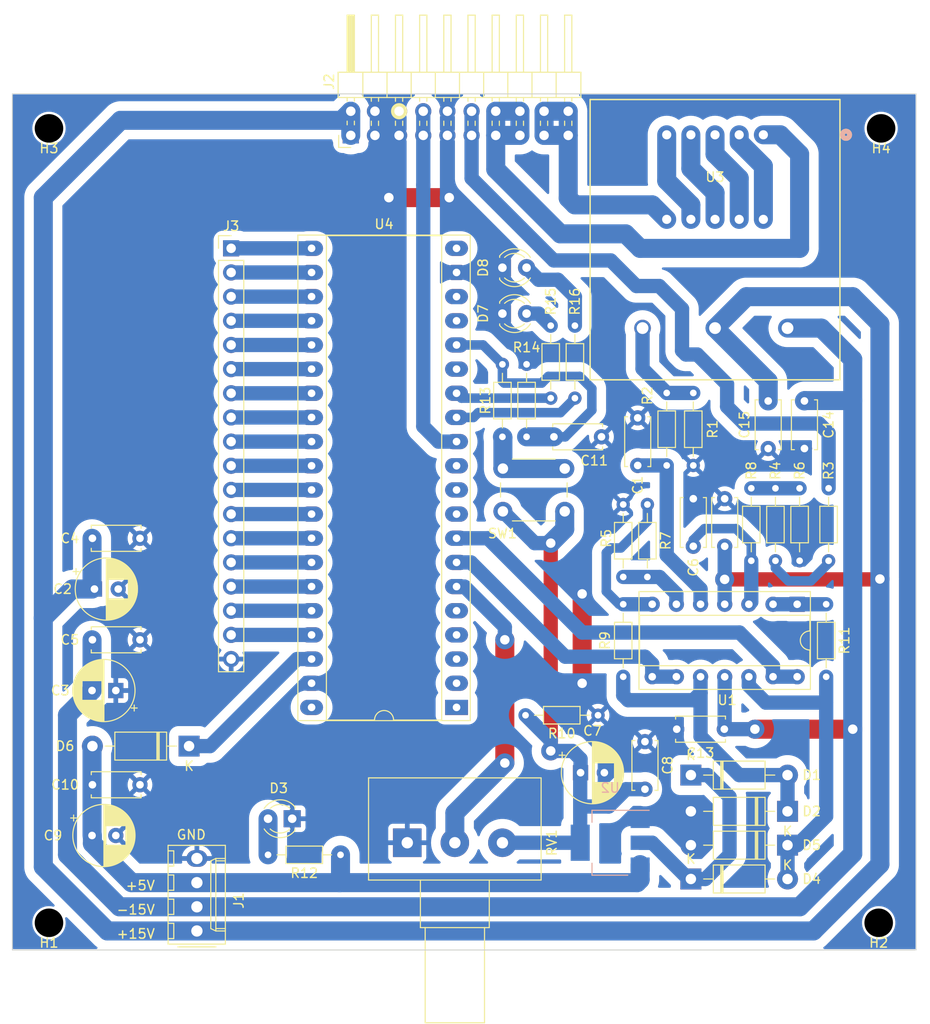
<source format=kicad_pcb>
(kicad_pcb (version 20221018) (generator pcbnew)
  (layers (0 "F.Cu" signal) (31 "B.Cu" signal) (34 "B.Paste" user) (35 "F.Paste" user) (36 "B.SilkS" user "B.Silkscreen") (37 "F.SilkS" user "F.Silkscreen") (38 "B.Mask" user) (39 "F.Mask" user) (44 "Edge.Cuts" user))
  (net 0 "")
  (net 1 "-15V_F")
  (net 2 "15V_F")
  (net 3 "3.3V")
  (net 4 "Net-(D1-A)")
  (net 5 "5V_F")
  (net 6 "Net-(U1B-+)")
  (net 7 "Net-(R4-Pad2)")
  (net 8 "Net-(R7-Pad1)")
  (net 9 "Net-(D3-A)")
  (net 21 "Net-(D4-A)")
  (net 22 "Pino21")
  (net 23 "Pino22")
  (net 24 "Pino23")
  (net 25 "Pino24")
  (net 26 "Pino25")
  (net 27 "Pino26")
  (net 28 "Pino27")
  (net 29 "Pino28")
  (net 30 "Pino29")
  (net 31 "Net-(U1B--)")
  (net 32 "Net-(R3-Pad2)")
  (net 33 "Pino30")
  (net 34 "Is")
  (net 35 "Pino31")
  (net 36 "Net-(D7-A)")
  (net 37 "Vo+")
  (net 38 "Pino32")
  (net 39 "G-")
  (net 40 "G+")
  (net 41 "Net-(U1A--)")
  (net 42 "Net-(U1A-+)")
  (net 43 "Pino33")
  (net 44 "Net-(U3-IN-Pad2)")
  (net 45 "IL-")
  (net 46 "IL+")
  (net 47 "/Is_analog")
  (net 48 "/Vo+_analog")
  (net 49 "Net-(U3-IN-Pad3)")
  (net 50 "Pino34")
  (net 51 "Pino35")
  (net 52 "/Reg_PWM")
  (net 53 "Net-(U3-IN-Pad4)")
  (net 54 "Pino36")
  (net 55 "Net-(D6-K)")
  (net 56 "Net-(D8-A)")
  (net 57 "Net-(U3-IN-Pad5)")
  (net 58 "/Step_button")
  (net 59 "/LED2")
  (net 60 "Pino37")
  (net 61 "Net-(R13-Pad2)")
  (net 62 "/LED1")
  (footprint "Resistor_THT:R_Axial_DIN0204_L3.6mm_D1.6mm_P7.62mm_Horizontal" (layer "F.Cu") (at 57.152 104.474 180)
    (fp_text reference "R12")
    (fp_text value "470")
  )
  (footprint "Library:Furo" (layer "F.Cu") (at 26.504 30.707)
    (fp_text reference "H3")
    (fp_text value "MountingHole")
  )
  (footprint "Package_DIP:DIP-14_W7.62mm_Socket" (layer "F.Cu") (at 105.158 78.13337 -90)
    (fp_text reference "U1")
    (fp_text value "TL084")
  )
  (footprint "Capacitor_THT:C_Disc_D5.0mm_W2.5mm_P5.00mm" (layer "F.Cu") (at 94.236 67.03737 -90)
    (fp_text reference "C6")
    (fp_text value "100n")
  )
  (footprint "Sensor_Current:LA 25-NP_LEM" (layer "F.Cu") (at 101.602 28.782)
    (fp_text reference "U3")
    (fp_text value "LA 25-NP")
  )
  (footprint "Resistor_THT:R_Axial_DIN0204_L3.6mm_D1.6mm_P7.62mm_Horizontal" (layer "F.Cu") (at 102.872 73.56137 90)
    (fp_text reference "R4")
    (fp_text value "1k")
  )
  (footprint "Connector_Molex:Molex_KK-254_AE-6410-04A_1x04_P2.54mm_Vertical" (layer "F.Cu") (at 42.054 112.478 90)
    (fp_text reference "J1")
    (fp_text value "Conn_01x04_Pin")
  )
  (footprint "Resistor_THT:R_Axial_DIN0204_L3.6mm_D1.6mm_P7.62mm_Horizontal" (layer "F.Cu") (at 79.25 56.468 90)
    (fp_text reference "R15")
    (fp_text value "470")
  )
  (footprint "Resistor_THT:R_Axial_DIN0204_L3.6mm_D1.6mm_P7.62mm_Horizontal" (layer "F.Cu") (at 91.442 63.54 90)
    (fp_text reference "R2")
    (fp_text value "330")
  )
  (footprint "Potentiometer_THT:Potentiometer_Alps_RK163_Single_Horizontal" (layer "F.Cu") (at 64.17 103.204 90)
    (fp_text reference "RV1")
    (fp_text value "R_Potentiometer")
  )
  (footprint "Library:Furo" (layer "F.Cu") (at 113.725 114.219)
    (fp_text reference "H2")
    (fp_text value "MountingHole")
  )
  (footprint "Resistor_THT:R_Axial_DIN0204_L3.6mm_D1.6mm_P7.62mm_Horizontal" (layer "F.Cu") (at 89.41 67.644 -90)
    (fp_text reference "R7")
    (fp_text value "1k")
  )
  (footprint "Resistor_THT:R_Axial_DIN0204_L3.6mm_D1.6mm_P7.62mm_Horizontal" (layer "F.Cu") (at 108.46 65.94137 -90)
    (fp_text reference "R3")
    (fp_text value "10k")
  )
  (footprint "Capacitor_THT:CP_Radial_D6.3mm_P2.50mm" (layer "F.Cu") (at 82.385621 95.838)
    (fp_text reference "C7")
    (fp_text value "100u")
  )
  (footprint "Connector_PinHeader_2.54mm:PinHeader_1x18_P2.54mm_Vertical" (layer "F.Cu") (at 45.654 40.715)
    (fp_text reference "J3")
    (fp_text value "Conn_01x18_Pin")
  )
  (footprint "Resistor_THT:R_Axial_DIN0204_L3.6mm_D1.6mm_P7.62mm_Horizontal" (layer "F.Cu") (at 86.87 67.644 -90)
    (fp_text reference "R5")
    (fp_text value "3.3k")
  )
  (footprint "Capacitor_THT:C_Disc_D5.0mm_W2.5mm_P5.00mm" (layer "F.Cu") (at 36.07 97.108 180)
    (fp_text reference "C10")
    (fp_text value "100n")
  )
  (footprint "Capacitor_THT:C_Disc_D5.0mm_W2.5mm_P5.00mm" (layer "F.Cu") (at 36.07 71.2 180)
    (fp_text reference "C4")
    (fp_text value "100n")
  )
  (footprint "Diode_THT:D_DO-41_SOD81_P10.16mm_Horizontal" (layer "F.Cu") (at 104.142 99.902 180)
    (fp_text reference "D2")
    (fp_text value "1N5817")
  )
  (footprint "Capacitor_THT:CP_Radial_D6.3mm_P2.50mm" (layer "F.Cu") (at 33.53 87.202 180)
    (fp_text reference "C3")
    (fp_text value "100u")
  )
  (footprint "Capacitor_THT:C_Disc_D5.0mm_W2.5mm_P5.00mm" (layer "F.Cu") (at 88.394 58.54 -90)
    (fp_text reference "C1")
    (fp_text value "100n")
  )
  (footprint "Capacitor_THT:C_Disc_D5.0mm_W2.5mm_P5.00mm" (layer "F.Cu") (at 36.07 81.868 180)
    (fp_text reference "C5")
    (fp_text value "100n")
  )
  (footprint "Capacitor_THT:C_Disc_D5.0mm_W2.5mm_P5.00mm" (layer "F.Cu") (at 102.11 61.762 90)
    (fp_text reference "C15")
    (fp_text value "100n")
  )
  (footprint "Capacitor_THT:CP_Radial_D6.3mm_P2.50mm" (layer "F.Cu") (at 31.03 102.442)
    (fp_text reference "C9")
    (fp_text value "100u")
  )
  (footprint "Library:Furo" (layer "F.Cu") (at 26.504 114.219)
    (fp_text reference "H1")
    (fp_text value "MountingHole")
  )
  (footprint "Capacitor_THT:C_Disc_D5.0mm_W2.5mm_P5.00mm" (layer "F.Cu") (at 97.498 91.266 180)
    (fp_text reference "C13")
    (fp_text value "100n")
  )
  (footprint "Library:Furo" (layer "F.Cu") (at 113.979 30.707)
    (fp_text reference "H4")
    (fp_text value "MountingHole")
  )
  (footprint "Connector_PinHeader_2.54mm:PinHeader_2x10_P2.54mm_Horizontal" (layer "F.Cu") (at 58.229 28.844 90)
    (fp_text reference "J2")
    (fp_text value "Conn_02x10_Odd_Even")
  )
  (footprint "Diode_THT:D_DO-41_SOD81_P10.16mm_Horizontal" (layer "F.Cu") (at 93.982 107.014)
    (fp_text reference "D4")
    (fp_text value "1N5817")
  )
  (footprint "Resistor_THT:R_Axial_DIN0204_L3.6mm_D1.6mm_P7.62mm_Horizontal" (layer "F.Cu") (at 100.332 65.94137 -90)
    (fp_text reference "R8")
    (fp_text value "330")
  )
  (footprint "Resistor_THT:R_Axial_DIN0204_L3.6mm_D1.6mm_P7.62mm_Horizontal" (layer "F.Cu") (at 84.22 89.8 180)
    (fp_text reference "R10")
    (fp_text value "330")
  )
  (footprint "Resistor_THT:R_Axial_DIN0204_L3.6mm_D1.6mm_P7.62mm_Horizontal" (layer "F.Cu") (at 108.206 78.13337 -90)
    (fp_text reference "R11")
    (fp_text value "470")
  )
  (footprint "Diode_THT:D_DO-41_SOD81_P10.16mm_Horizontal" (layer "F.Cu") (at 104.142 103.458 180)
    (fp_text reference "D5")
    (fp_text value "1N5817")
  )
  (footprint "Button_Switch_THT:SW_PUSH_6mm" (layer "F.Cu") (at 74.222 63.87)
    (fp_text reference "SW1")
    (fp_text value "SW_Push")
  )
  (footprint "Diode_THT:D_DO-41_SOD81_P10.16mm_Horizontal" (layer "F.Cu") (at 93.982 96.092)
    (fp_text reference "D1")
    (fp_text value "1N5817")
  )
  (footprint "Resistor_THT:R_Axial_DIN0204_L3.6mm_D1.6mm_P7.62mm_Horizontal" (layer "F.Cu") (at 86.87 85.75337 90)
    (fp_text reference "R9")
    (fp_text value "470")
  )
  (footprint "Capacitor_THT:C_Disc_D5.0mm_W2.5mm_P5.00mm" (layer "F.Cu") (at 84.584 60.532 180)
    (fp_text reference "C11")
    (fp_text value "100n")
  )
  (footprint "Resistor_THT:R_Axial_DIN0204_L3.6mm_D1.6mm_P7.62mm_Horizontal" (layer "F.Cu") (at 94.236 63.54 90)
    (fp_text reference "R1")
    (fp_text value "100")
  )
  (footprint "Capacitor_THT:C_Disc_D5.0mm_W2.5mm_P5.00mm" (layer "F.Cu") (at 89.156 92.576 -90)
    (fp_text reference "C8")
    (fp_text value "100n")
  )
  (footprint "LED_THT:LED_D3.0mm" (layer "F.Cu") (at 52.072 100.678 180)
    (fp_text reference "D3")
    (fp_text value "LED")
  )
  (footprint "Diode_THT:D_DO-41_SOD81_P10.16mm_Horizontal" (layer "F.Cu") (at 41.23 93.044 180)
    (fp_text reference "D6")
    (fp_text value "1N4001")
  )
  (footprint "Capacitor_THT:C_Disc_D5.0mm_W2.5mm_P5.00mm" (layer "F.Cu") (at 105.92 61.762 90)
    (fp_text reference "C14")
    (fp_text value "100n")
  )
  (footprint "Capacitor_THT:C_Disc_D5.0mm_W2.5mm_P5.00mm" (layer "F.Cu") (at 97.538 72.03737 90)
    (fp_text reference "C12" hide)
    (fp_text value "100n")
  )
  (footprint "LED_THT:LED_D3.0mm" (layer "F.Cu") (at 74.17 42.752)
    (fp_text reference "D8")
    (fp_text value "LED")
  )
  (footprint "Package_DIP:DIP-40_W15.24mm_Socket_LongPads" (layer "F.Cu") (at 69.349 88.975 180)
    (fp_text reference "U4")
    (fp_text value "STM32F103C_8-B_Tx")
  )
  (footprint "Resistor_THT:R_Axial_DIN0204_L3.6mm_D1.6mm_P7.62mm_Horizontal" (layer "F.Cu") (at 105.412 73.56137 90)
    (fp_text reference "R6")
    (fp_text value "1k")
  )
  (footprint "Resistor_THT:R_Axial_DIN0204_L3.6mm_D1.6mm_P7.62mm_Horizontal" (layer "F.Cu") (at 76.71 60.532 90)
    (fp_text reference "R14")
    (fp_text value "10k")
  )
  (footprint "Resistor_THT:R_Axial_DIN0204_L3.6mm_D1.6mm_P7.62mm_Horizontal" (layer "F.Cu") (at 81.79 56.468 90)
    (fp_text reference "R16")
    (fp_text value "470")
  )
  (footprint "Capacitor_THT:CP_Radial_D6.3mm_P2.50mm" (layer "F.Cu") (at 31.284 76.534)
    (fp_text reference "C2")
    (fp_text value "100u")
  )
  (footprint "LED_THT:LED_D3.0mm" (layer "F.Cu") (at 74.17 47.578)
    (fp_text reference "D7")
    (fp_text value "LED")
  )
  (footprint "Resistor_THT:R_Axial_DIN0204_L3.6mm_D1.6mm_P7.62mm_Horizontal" (layer "F.Cu") (at 74.17 52.912 -90)
    (fp_text reference "R13")
    (fp_text value "1k")
  )
  (footprint "Package_TO_SOT_SMD:SOT-223-3_TabPin2" (layer "B.Cu") (at 85.498 103.204 180)
    (fp_text reference "U2")
    (fp_text value "AMS1117-3.3")
  )
  (gr_rect (start 22.654 24.478) (end 117.654 114.478) (stroke (width 0.1)) (fill none) (layer "Edge.Cuts"))
  (gr_text "+15V" (at 33.53 113.364) (layer "F.SilkS") (effects (font (size 1 1)) (justify left bottom)))
  (gr_text "GND" (at 39.842691 102.95) (layer "F.SilkS") (effects (font (size 1 1)) (justify left bottom)))
  (gr_text "-15V" (at 33.53 110.824) (layer "F.SilkS") (effects (font (size 1 1)) (justify left bottom)))
  (gr_text "+5V" (at 34.482381 108.284) (layer "F.SilkS") (effects (font (size 1 1)) (justify left bottom)))
  (segment (start 111 91.266) (end 100.713 91.266) (width 2) (layer "F.Cu") (net 1))
  (via (at 100.713 91.266) (size 2) (drill 1) (layers "F.Cu" "B.Cu") (net 1))
  (via (at 111 91.266) (size 2) (drill 1) (layers "F.Cu" "B.Cu") (net 1))
  (segment (start 97.533 85.74337) (end 97.533 91.231) (width 1.5) (layer "B.Cu") (net 1))
  (segment (start 111 52.404) (end 111 104.357) (width 2) (layer "B.Cu") (net 1))
  (segment (start 111 104.357) (end 105.419 109.938) (width 2) (layer "B.Cu") (net 1))
  (segment (start 97.533 91.231) (end 97.498 91.266) (width 1.5) (layer "B.Cu") (net 1))
  (segment (start 105.96 56.722) (end 105.92 56.762) (width 2) (layer "B.Cu") (net 1))
  (segment (start 97.538 85.74837) (end 97.533 85.74337) (width 1) (layer "B.Cu") (net 1))
  (segment (start 107.698 49.102) (end 111 52.404) (width 2) (layer "B.Cu") (net 1))
  (segment (start 31.03 87.202) (end 31.03 81.868) (width 2) (layer "B.Cu") (net 1))
  (segment (start 104.142 49.102) (end 107.698 49.102) (width 2) (layer "B.Cu") (net 1))
  (segment (start 28.45 104.474) (end 28.45 89.782) (width 2) (layer "B.Cu") (net 1))
  (segment (start 105.419 109.938) (end 33.914 109.938) (width 2) (layer "B.Cu") (net 1))
  (segment (start 28.45 89.782) (end 31.03 87.202) (width 2) (layer "B.Cu") (net 1))
  (segment (start 33.914 109.938) (end 28.45 104.474) (width 2) (layer "B.Cu") (net 1))
  (segment (start 97.498 91.266) (end 100.713 91.266) (width 1.5) (layer "B.Cu") (net 1))
  (segment (start 111 56.722) (end 105.96 56.722) (width 2) (layer "B.Cu") (net 1))
  (segment (start 113.854 75.478) (end 113.814 75.518) (width 1.5) (layer "F.Cu") (net 2))
  (segment (start 113.814 75.518) (end 97.533 75.518) (width 1.5) (layer "F.Cu") (net 2))
  (segment (start 113.654 76.026) (end 113.51537 75.88737) (width 0.25) (layer "F.Cu") (net 2))
  (via (at 113.854 75.478) (size 2) (drill 1) (layers "F.Cu" "B.Cu") (net 2))
  (via (at 97.533 75.518) (size 2) (drill 1) (layers "F.Cu" "B.Cu") (net 2))
  (segment (start 99.824 45.8) (end 111 45.8) (width 2) (layer "B.Cu") (net 2))
  (segment (start 25.91 105.734) (end 25.91 79.582) (width 2) (layer "B.Cu") (net 2))
  (segment (start 57.275 27.258) (end 58.229 26.304) (width 2) (layer "B.Cu") (net 2))
  (segment (start 96.522 49.102) (end 99.824 45.8) (width 2) (layer "B.Cu") (net 2))
  (segment (start 25.91 79.582) (end 28.958 76.534) (width 2) (layer "B.Cu") (net 2))
  (segment (start 106.854 112.478) (end 32.654 112.478) (width 2) (layer "B.Cu") (net 2))
  (segment (start 113.854 48.654) (end 113.854 105.478) (width 2) (layer "B.Cu") (net 2))
  (segment (start 102.11 54.69) (end 102.11 56.762) (width 2) (layer "B.Cu") (net 2))
  (segment (start 32.654 112.478) (end 25.91 105.734) (width 2) (layer "B.Cu") (net 2))
  (segment (start 97.533 78.12837) (end 97.538 78.13337) (width 1.5) (layer "B.Cu") (net 2))
  (segment (start 58.229 26.304) (end 58.229 28.844) (width 2) (layer "B.Cu") (net 2))
  (segment (start 31.03 76.534) (end 31.03 71.2) (width 2) (layer "B.Cu") (net 2))
  (segment (start 96.522 49.102) (end 102.11 54.69) (width 2) (layer "B.Cu") (net 2))
  (segment (start 25.91 35.386) (end 34.038 27.258) (width 2) (layer "B.Cu") (net 2))
  (segment (start 25.91 79.582) (end 25.91 35.386) (width 2) (layer "B.Cu") (net 2))
  (segment (start 34.038 27.258) (end 57.275 27.258) (width 2) (layer "B.Cu") (net 2))
  (segment (start 97.538 75.84237) (end 97.538 72.03737) (width 1.5) (layer "B.Cu") (net 2))
  (segment (start 111 45.8) (end 113.854 48.654) (width 2) (layer "B.Cu") (net 2))
  (segment (start 97.533 75.84737) (end 97.533 78.12837) (width 1.5) (layer "B.Cu") (net 2))
  (segment (start 97.533 75.84737) (end 97.538 75.84237) (width 1.5) (layer "B.Cu") (net 2))
  (segment (start 113.854 105.478) (end 106.854 112.478) (width 2) (layer "B.Cu") (net 2))
  (segment (start 28.958 76.534) (end 31.03 76.534) (width 2) (layer "B.Cu") (net 2))
  (segment (start 79.25 71.708) (end 79.25 93.552) (width 1.5) (layer "F.Cu") (net 3))
  (via (at 79.25 93.552) (size 2) (drill 1) (layers "F.Cu" "B.Cu") (net 3))
  (via (at 79.25 71.708) (size 2) (drill 1) (layers "F.Cu" "B.Cu") (net 3))
  (segment (start 82.348 99.394) (end 82.348 103.204) (width 1.5) (layer "B.Cu") (net 3))
  (segment (start 93.982 96.092) (end 95.76 96.092) (width 1.5) (layer "B.Cu") (net 3))
  (segment (start 79.25 71.708) (end 77.56 71.708) (width 1.5) (layer "B.Cu") (net 3))
  (segment (start 95.506 107.014) (end 93.982 107.014) (width 1.5) (layer "B.Cu") (net 3))
  (segment (start 98.046 104.474) (end 95.506 107.014) (width 1.5) (layer "B.Cu") (net 3))
  (segment (start 79.25 71.708) (end 80.722 70.236) (width 2) (layer "B.Cu") (net 3))
  (segment (start 89.156 97.576) (end 87.164 97.576) (width 1.5) (layer "B.Cu") (net 3))
  (segment (start 79.25 93.552) (end 79.25 92.45) (width 1.5) (layer "B.Cu") (net 3))
  (segment (start 93.728 107.014) (end 93.982 107.014) (width 1.5) (layer "B.Cu") (net 3))
  (segment (start 85.346 99.394) (end 82.348 99.394) (width 1.5) (layer "B.Cu") (net 3))
  (segment (start 87.164 97.576) (end 85.346 99.394) (width 1.5) (layer "B.Cu") (net 3))
  (segment (start 82.385621 94.401621) (end 82.385621 95.838) (width 1.5) (layer "B.Cu") (net 3))
  (segment (start 79.25 93.552) (end 81.536 93.552) (width 1.5) (layer "B.Cu") (net 3))
  (segment (start 82.348 95.875621) (end 82.348 99.394) (width 1.5) (layer "B.Cu") (net 3))
  (segment (start 98.046 98.378) (end 98.046 104.474) (width 1.5) (layer "B.Cu") (net 3))
  (segment (start 80.722 70.236) (end 80.722 68.37) (width 2) (layer "B.Cu") (net 3))
  (segment (start 88.648 103.204) (end 89.918 103.204) (width 1.5) (layer "B.Cu") (net 3))
  (segment (start 82.385621 95.838) (end 82.348 95.875621) (width 1.5) (layer "B.Cu") (net 3))
  (segment (start 79.25 92.45) (end 76.6 89.8) (width 1.5) (layer "B.Cu") (net 3))
  (segment (start 77.56 71.708) (end 74.222 68.37) (width 1.5) (layer "B.Cu") (net 3))
  (segment (start 82.348 103.204) (end 74.17 103.204) (width 1.5) (layer "B.Cu") (net 3))
  (segment (start 89.918 103.204) (end 93.728 107.014) (width 1.5) (layer "B.Cu") (net 3))
  (segment (start 81.536 93.552) (end 82.385621 94.401621) (width 1.5) (layer "B.Cu") (net 3))
  (segment (start 95.76 96.092) (end 98.046 98.378) (width 1.5) (layer "B.Cu") (net 3))
  (segment (start 94.236 88.218) (end 94.998 87.456) (width 1.5) (layer "B.Cu") (net 4))
  (segment (start 86.87 85.75337) (end 86.87 87.71) (width 1.5) (layer "B.Cu") (net 4))
  (segment (start 94.998 87.456) (end 94.998 85.75337) (width 1.5) (layer "B.Cu") (net 4))
  (segment (start 94.993 92.023) (end 94.998 92.018) (width 1.5) (layer "B.Cu") (net 4))
  (segment (start 94.993 92.023) (end 99.062 96.092) (width 1.5) (layer "B.Cu") (net 4))
  (segment (start 87.378 88.218) (end 94.236 88.218) (width 1.5) (layer "B.Cu") (net 4))
  (segment (start 104.142 96.092) (end 104.142 99.902) (width 1.5) (layer "B.Cu") (net 4))
  (segment (start 86.87 87.71) (end 87.378 88.218) (width 1.5) (layer "B.Cu") (net 4))
  (segment (start 99.062 96.092) (end 104.142 96.092) (width 1.5) (layer "B.Cu") (net 4))
  (segment (start 94.998 92.018) (end 94.998 87.456) (width 1.5) (layer "B.Cu") (net 4))
  (segment (start 88.648 105.504) (end 88.648 107.084) (width 2) (layer "B.Cu") (net 5))
  (segment (start 88.648 107.084) (end 88.334 107.398) (width 2) (layer "B.Cu") (net 5))
  (segment (start 57.148 107.278) (end 57.028 107.398) (width 0.25) (layer "B.Cu") (net 5))
  (segment (start 57.028 107.398) (end 35.184 107.398) (width 2) (layer "B.Cu") (net 5))
  (segment (start 88.334 107.398) (end 57.148 107.398) (width 2) (layer "B.Cu") (net 5))
  (segment (start 31.07 103.284) (end 31.07 102.442) (width 2) (layer "B.Cu") (net 5))
  (segment (start 31.03 102.442) (end 31.03 93.044) (width 2) (layer "B.Cu") (net 5))
  (segment (start 57.028 107.398) (end 57.152 107.274) (width 2) (layer "B.Cu") (net 5))
  (segment (start 57.152 107.274) (end 57.152 104.474) (width 2) (layer "B.Cu") (net 5))
  (segment (start 35.184 107.398) (end 31.07 103.284) (width 2) (layer "B.Cu") (net 5))
  (segment (start 91.442 63.54) (end 88.394 63.54) (width 1.5) (layer "B.Cu") (net 6))
  (segment (start 94.998 76.534) (end 94.998 78.13337) (width 1.5) (layer "B.Cu") (net 6))
  (segment (start 91.442 72.978) (end 94.998 76.534) (width 1.5) (layer "B.Cu") (net 6))
  (segment (start 91.442 63.54) (end 91.442 72.978) (width 1.5) (layer "B.Cu") (net 6))
  (segment (start 100.332 65.94137) (end 105.412 65.94137) (width 1.5) (layer "B.Cu") (net 7))
  (segment (start 85.092 72.724) (end 85.092 76.788) (width 1) (layer "B.Cu") (net 8))
  (segment (start 86.87 78.13337) (end 89.918 78.13337) (width 1.5) (layer "B.Cu") (net 8))
  (segment (start 85.092 76.788) (end 86.43737 78.13337) (width 1) (layer "B.Cu") (net 8))
  (segment (start 89.41 69.422) (end 86.616 72.216) (width 1) (layer "B.Cu") (net 8))
  (segment (start 86.616 72.216) (end 85.6 72.216) (width 1) (layer "B.Cu") (net 8))
  (segment (start 85.6 72.216) (end 85.092 72.724) (width 1) (layer "B.Cu") (net 8))
  (segment (start 86.43737 78.13337) (end 86.87 78.13337) (width 1) (layer "B.Cu") (net 8))
  (segment (start 89.41 67.644) (end 89.41 69.422) (width 1) (layer "B.Cu") (net 8))
  (segment (start 49.532 104.474) (end 49.532 100.678) (width 2) (layer "B.Cu") (net 9))
  (segment (start 100.073 85.74337) (end 100.073 86.689) (width 1.5) (layer "B.Cu") (net 21))
  (segment (start 100.073 86.689) (end 101.856 88.472) (width 1.5) (layer "B.Cu") (net 21))
  (segment (start 108.206 100.41) (end 105.158 103.458) (width 1.5) (layer "B.Cu") (net 21))
  (segment (start 108.206 85.75337) (end 108.206 100.41) (width 1.5) (layer "B.Cu") (net 21))
  (segment (start 104.142 103.458) (end 104.142 107.014) (width 1.5) (layer "B.Cu") (net 21))
  (segment (start 105.158 103.458) (end 104.142 103.458) (width 1.5) (layer "B.Cu") (net 21))
  (segment (start 101.856 88.472) (end 108.206 88.472) (width 1.5) (layer "B.Cu") (net 21))
  (segment (start 54.109 40.715) (end 45.654 40.715) (width 1.5) (layer "B.Cu") (net 22))
  (segment (start 54.109 43.255) (end 45.654 43.255) (width 1.5) (layer "B.Cu") (net 23))
  (segment (start 54.109 45.795) (end 45.654 45.795) (width 1.5) (layer "B.Cu") (net 24))
  (segment (start 54.109 48.335) (end 45.654 48.335) (width 1.5) (layer "B.Cu") (net 25))
  (segment (start 54.109 50.875) (end 45.654 50.875) (width 1.5) (layer "B.Cu") (net 26))
  (segment (start 54.109 53.415) (end 45.654 53.415) (width 1.5) (layer "B.Cu") (net 27))
  (segment (start 54.109 55.955) (end 45.654 55.955) (width 1.5) (layer "B.Cu") (net 28))
  (segment (start 54.109 58.495) (end 45.654 58.495) (width 1.5) (layer "B.Cu") (net 29))
  (segment (start 54.109 61.035) (end 45.654 61.035) (width 1.5) (layer "B.Cu") (net 30))
  (segment (start 90.68 75.264) (end 86.87 75.264) (width 1.5) (layer "B.Cu") (net 31))
  (segment (start 92.458 78.13337) (end 92.458 77.042) (width 1.5) (layer "B.Cu") (net 31))
  (segment (start 92.458 78.11837) (end 92.453 78.12337) (width 1.5) (layer "B.Cu") (net 31))
  (segment (start 92.458 77.042) (end 90.68 75.264) (width 1.5) (layer "B.Cu") (net 31))
  (segment (start 102.872 74.32337) (end 104.22663 75.678) (width 1) (layer "B.Cu") (net 32))
  (segment (start 106.59737 75.678) (end 108.46 73.81537) (width 1) (layer "B.Cu") (net 32))
  (segment (start 108.46 73.81537) (end 108.46 73.56137) (width 1) (layer "B.Cu") (net 32))
  (segment (start 104.22663 75.678) (end 106.59737 75.678) (width 1) (layer "B.Cu") (net 32))
  (segment (start 102.872 73.56137) (end 102.872 74.32337) (width 1) (layer "B.Cu") (net 32))
  (segment (start 54.109 63.575) (end 45.654 63.575) (width 1.5) (layer "B.Cu") (net 33))
  (segment (start 94.236 55.92) (end 91.442 55.92) (width 1.5) (layer "B.Cu") (net 34))
  (segment (start 88.902 53.38) (end 91.442 55.92) (width 1.5) (layer "B.Cu") (net 34))
  (segment (start 88.902 49.102) (end 88.902 53.38) (width 1.5) (layer "B.Cu") (net 34))
  (segment (start 54.109 66.115) (end 45.654 66.115) (width 1.5) (layer "B.Cu") (net 35))
  (segment (start 79.25 48.848) (end 77.98 47.578) (width 1.5) (layer "B.Cu") (net 36))
  (segment (start 77.98 47.578) (end 76.71 47.578) (width 1.5) (layer "B.Cu") (net 36))
  (segment (start 88.254 44.678) (end 90.654 44.678) (width 1.5) (layer "B.Cu") (net 37))
  (segment (start 70.929 33.353) (end 79.566 41.99) (width 1.5) (layer "B.Cu") (net 37))
  (segment (start 85.566 41.99) (end 88.254 44.678) (width 1.5) (layer "B.Cu") (net 37))
  (segment (start 97.792 57.357) (end 99.57 59.135) (width 1.5) (layer "B.Cu") (net 37))
  (segment (start 93.054 51.478) (end 93.454 51.878) (width 1.5) (layer "B.Cu") (net 37))
  (segment (start 94.654 51.878) (end 97.792 55.016) (width 1.5) (layer "B.Cu") (net 37))
  (segment (start 99.57 59.135) (end 107.444 59.135) (width 1.5) (layer "B.Cu") (net 37))
  (segment (start 93.054 47.078) (end 93.054 51.478) (width 1.5) (layer "B.Cu") (net 37))
  (segment (start 93.454 51.878) (end 94.654 51.878) (width 1.5) (layer "B.Cu") (net 37))
  (segment (start 79.566 41.99) (end 85.566 41.99) (width 1.5) (layer "B.Cu") (net 37))
  (segment (start 90.654 44.678) (end 93.054 47.078) (width 1.5) (layer "B.Cu") (net 37))
  (segment (start 108.46 60.151) (end 108.46 65.94137) (width 1.5) (layer "B.Cu") (net 37))
  (segment (start 97.792 55.016) (end 97.792 57.357) (width 1.5) (layer "B.Cu") (net 37))
  (segment (start 70.929 26.304) (end 70.929 33.353) (width 1.5) (layer "B.Cu") (net 37))
  (segment (start 107.444 59.135) (end 108.46 60.151) (width 1.5) (layer "B.Cu") (net 37))
  (segment (start 54.109 68.655) (end 45.654 68.655) (width 1.5) (layer "B.Cu") (net 38))
  (segment (start 82.552 77.042) (end 82.552 86.44) (width 2) (layer "F.Cu") (net 39))
  (segment (start 62.232 35.386) (end 68.582 35.386) (width 2) (layer "F.Cu") (net 39))
  (via (at 68.582 35.386) (size 2) (drill 1) (layers "F.Cu" "B.Cu") (net 39))
  (via (at 82.552 77.042) (size 2) (drill 1) (layers "F.Cu" "B.Cu") (net 39))
  (via (at 82.552 86.44) (size 2) (drill 1) (layers "F.Cu" "B.Cu") (net 39))
  (via (at 62.232 35.386) (size 2) (drill 1) (layers "F.Cu" "B.Cu") (net 39))
  (segment (start 65.849 34.055) (end 65.849 26.304) (width 1.5) (layer "B.Cu") (net 40))
  (segment (start 69.349 61.035) (end 67.449 61.035) (width 1.5) (layer "B.Cu") (net 40))
  (segment (start 65.788 26.365) (end 65.849 26.304) (width 1.5) (layer "B.Cu") (net 40))
  (segment (start 65.849 59.435) (end 65.849 34.055) (width 1.5) (layer "B.Cu") (net 40))
  (segment (start 67.449 61.035) (end 65.849 59.435) (width 1.5) (layer "B.Cu") (net 40))
  (segment (start 102.618 78.13337) (end 108.206 78.13337) (width 1.5) (layer "B.Cu") (net 41))
  (segment (start 95.416685 70.184) (end 94.236 71.364685) (width 1) (layer "B.Cu") (net 42))
  (segment (start 100.332 77.87937) (end 100.078 78.13337) (width 1.5) (layer "B.Cu") (net 42))
  (segment (start 100.332 73.56137) (end 100.332 77.87937) (width 1.5) (layer "B.Cu") (net 42))
  (segment (start 98.73263 70.184) (end 95.416685 70.184) (width 1) (layer "B.Cu") (net 42))
  (segment (start 100.332 71.78337) (end 98.73263 70.184) (width 1) (layer "B.Cu") (net 42))
  (segment (start 94.236 71.364685) (end 94.236 72.03737) (width 1) (layer "B.Cu") (net 42))
  (segment (start 100.332 73.56137) (end 100.332 71.78337) (width 1) (layer "B.Cu") (net 42))
  (segment (start 54.109 71.195) (end 45.654 71.195) (width 1.5) (layer "B.Cu") (net 43))
  (segment (start 99.062 29.544) (end 99.062 28.782) (width 2) (layer "B.Cu") (net 44))
  (segment (start 101.602 37.672) (end 101.602 32.084) (width 2) (layer "B.Cu") (net 44))
  (segment (start 101.602 32.084) (end 99.062 29.544) (width 2) (layer "B.Cu") (net 44))
  (segment (start 89.918 36.148) (end 91.442 37.672) (width 2) (layer "B.Cu") (net 45))
  (segment (start 78.742 28.844) (end 81.089 28.844) (width 2) (layer "B.Cu") (net 45))
  (segment (start 78.549 26.304) (end 81.089 26.304) (width 2) (layer "B.Cu") (net 45))
  (segment (start 78.549 28.844) (end 78.549 26.304) (width 2) (layer "B.Cu") (net 45))
  (segment (start 81.089 28.844) (end 81.089 35.447) (width 2) (layer "B.Cu") (net 45))
  (segment (start 78.549 28.844) (end 78.747 28.844) (width 2) (layer "B.Cu") (net 45))
  (segment (start 81.79 36.148) (end 89.918 36.148) (width 2) (layer "B.Cu") (net 45))
  (segment (start 81.089 28.844) (end 81.089 26.304) (width 2) (layer "B.Cu") (net 45))
  (segment (start 81.089 35.447) (end 81.79 36.148) (width 2) (layer "B.Cu") (net 45))
  (segment (start 105.412 30.814) (end 105.412 40.72) (width 2) (layer "B.Cu") (net 46))
  (segment (start 73.469 32.399) (end 73.469 28.844) (width 2) (layer "B.Cu") (net 46))
  (segment (start 73.469 28.844) (end 76.009 28.844) (width 2) (layer "B.Cu") (net 46))
  (segment (start 103.38 28.782) (end 105.412 30.814) (width 2) (layer "B.Cu") (net 46))
  (segment (start 80.266 39.196) (end 73.469 32.399) (width 2) (layer "B.Cu") (net 46))
  (segment (start 105.412 40.72) (end 88.648 40.72) (width 2) (layer "B.Cu") (net 46))
  (segment (start 101.602 28.782) (end 103.38 28.782) (width 2) (layer "B.Cu") (net 46))
  (segment (start 73.469 26.304) (end 76.009 26.304) (width 2) (layer "B.Cu") (net 46))
  (segment (start 87.124 39.196) (end 80.266 39.196) (width 2) (layer "B.Cu") (net 46))
  (segment (start 73.469 28.844) (end 73.469 26.304) (width 2) (layer "B.Cu") (net 46))
  (segment (start 88.648 40.72) (end 87.124 39.196) (width 2) (layer "B.Cu") (net 46))
  (segment (start 76.009 28.844) (end 76.009 26.304) (width 2) (layer "B.Cu") (net 46))
  (segment (start 92.453 85.74337) (end 89.913 85.74337) (width 1.5) (layer "B.Cu") (net 47))
  (segment (start 89.918 84.408) (end 89.156 83.646) (width 1.5) (layer "B.Cu") (net 47))
  (segment (start 80.774 83.646) (end 70.863 73.735) (width 1.5) (layer "B.Cu") (net 47))
  (segment (start 89.918 85.75337) (end 89.918 84.408) (width 1.5) (layer "B.Cu") (net 47))
  (segment (start 70.863 73.735) (end 69.349 73.735) (width 1.5) (layer "B.Cu") (net 47))
  (segment (start 89.156 83.646) (end 80.774 83.646) (width 1.5) (layer "B.Cu") (net 47))
  (segment (start 102.618 85.75337) (end 102.618 84.622) (width 1.5) (layer "B.Cu") (net 48))
  (segment (start 82.552 81.106) (end 72.641 71.195) (width 1.5) (layer "B.Cu") (net 48))
  (segment (start 99.102 81.106) (end 82.552 81.106) (width 1.5) (layer "B.Cu") (net 48))
  (segment (start 102.618 84.622) (end 99.102 81.106) (width 1.5) (layer "B.Cu") (net 48))
  (segment (start 102.613 85.74337) (end 105.153 85.74337) (width 1.5) (layer "B.Cu") (net 48))
  (segment (start 72.641 71.195) (end 69.349 71.195) (width 1.5) (layer "B.Cu") (net 48))
  (segment (start 99.062 33.354) (end 96.522 30.814) (width 2) (layer "B.Cu") (net 49))
  (segment (start 96.522 30.814) (end 96.522 28.782) (width 2) (layer "B.Cu") (net 49))
  (segment (start 99.062 37.672) (end 99.062 33.354) (width 2) (layer "B.Cu") (net 49))
  (segment (start 54.109 73.735) (end 45.654 73.735) (width 1.5) (layer "B.Cu") (net 50))
  (segment (start 54.109 76.275) (end 45.654 76.275) (width 1.5) (layer "B.Cu") (net 51))
  (segment (start 74.424 94.822) (end 74.424 81.868) (width 2) (layer "F.Cu") (net 52))
  (via (at 74.424 81.868) (size 2) (drill 1) (layers "F.Cu" "B.Cu") (net 52))
  (via (at 74.424 94.822) (size 2) (drill 1) (layers "F.Cu" "B.Cu") (net 52))
  (segment (start 74.424 94.822) (end 69.17 100.076) (width 2) (layer "B.Cu") (net 52))
  (segment (start 70.178848 76.275) (end 69.349 76.275) (width 1.5) (layer "B.Cu") (net 52))
  (segment (start 74.424 81.868) (end 74.424 80.520152) (width 1.5) (layer "B.Cu") (net 52))
  (segment (start 69.17 100.076) (end 69.17 103.204) (width 2) (layer "B.Cu") (net 52))
  (segment (start 74.424 80.520152) (end 70.178848 76.275) (width 1.5) (layer "B.Cu") (net 52))
  (segment (start 96.522 37.672) (end 96.522 34.878) (width 2) (layer "B.Cu") (net 53))
  (segment (start 93.982 32.338) (end 93.982 28.782) (width 2) (layer "B.Cu") (net 53))
  (segment (start 96.522 34.878) (end 93.982 32.338) (width 2) (layer "B.Cu") (net 53))
  (segment (start 54.109 78.815) (end 45.654 78.815) (width 1.5) (layer "B.Cu") (net 54))
  (segment (start 52.585 83.895) (end 43.436 93.044) (width 1.5) (layer "B.Cu") (net 55))
  (segment (start 54.109 83.895) (end 52.585 83.895) (width 1.5) (layer "B.Cu") (net 55))
  (segment (start 43.436 93.044) (end 41.19 93.044) (width 1.5) (layer "B.Cu") (net 55))
  (segment (start 81.79 48.848) (end 81.79 45.8) (width 1.5) (layer "B.Cu") (net 56))
  (segment (start 77.98 44.022) (end 76.71 42.752) (width 1.5) (layer "B.Cu") (net 56))
  (segment (start 80.012 44.022) (end 77.98 44.022) (width 1.5) (layer "B.Cu") (net 56))
  (segment (start 81.79 45.8) (end 80.012 44.022) (width 1.5) (layer "B.Cu") (net 56))
  (segment (start 93.982 37.672) (end 93.982 36.148) (width 2) (layer "B.Cu") (net 57))
  (segment (start 91.442 33.608) (end 91.442 28.782) (width 2) (layer "B.Cu") (net 57))
  (segment (start 93.982 36.148) (end 91.442 33.608) (width 2) (layer "B.Cu") (net 57))
  (segment (start 74.17 52.912) (end 72.133 50.875) (width 1) (layer "B.Cu") (net 58))
  (segment (start 72.133 50.875) (end 69.349 50.875) (width 1) (layer "B.Cu") (net 58))
  (segment (start 74.358 54.878) (end 78.3 54.878) (width 1) (layer "B.Cu") (net 58))
  (segment (start 83.568 55.452) (end 83.568 57.738) (width 1) (layer "B.Cu") (net 58))
  (segment (start 83.568 57.738) (end 80.774 60.532) (width 1) (layer "B.Cu") (net 58))
  (segment (start 78.996 54.182) (end 82.298 54.182) (width 1) (layer "B.Cu") (net 58))
  (segment (start 79.584 60.532) (end 76.71 60.532) (width 2) (layer "B.Cu") (net 58))
  (segment (start 82.298 54.182) (end 83.568 55.452) (width 1) (layer "B.Cu") (net 58))
  (segment (start 74.17 54.69) (end 74.358 54.878) (width 1) (layer "B.Cu") (net 58))
  (segment (start 78.3 54.878) (end 78.996 54.182) (width 1) (layer "B.Cu") (net 58))
  (segment (start 74.17 52.912) (end 74.17 54.69) (width 1) (layer "B.Cu") (net 58))
  (segment (start 80.774 60.532) (end 79.584 60.532) (width 1) (layer "B.Cu") (net 58))
  (segment (start 69.862 56.468) (end 79.25 56.468) (width 1) (layer "B.Cu") (net 59))
  (segment (start 69.349 55.955) (end 69.862 56.468) (width 1) (layer "B.Cu") (net 59))
  (segment (start 54.109 81.355) (end 45.654 81.355) (width 1.5) (layer "B.Cu") (net 60))
  (segment (start 74.222 63.87) (end 74.222 60.584) (width 2) (layer "B.Cu") (net 61))
  (segment (start 74.222 60.584) (end 74.17 60.532) (width 2) (layer "B.Cu") (net 61))
  (segment (start 74.222 63.87) (end 80.722 63.87) (width 2) (layer "B.Cu") (net 61))
  (segment (start 80.266 57.992) (end 81.79 56.468) (width 1) (layer "B.Cu") (net 62))
  (segment (start 69.349 58.495) (end 71.127 58.495) (width 1) (layer "B.Cu") (net 62))
  (segment (start 71.63 57.992) (end 80.266 57.992) (width 1) (layer "B.Cu") (net 62))
  (segment (start 71.127 58.495) (end 71.63 57.992) (width 1) (layer "B.Cu") (net 62))
  (zone (net 39) (net_name "G-") (layer "B.Cu") (priority 10) (connect_pads (clearance 1)) (min_thickness 0.25) (fill yes (thermal_gap 0.5) (thermal_bridge_width 0.5) (island_removal_mode 1) (island_area_min 10))
    (polygon (pts (xy 21.532 114.38) (xy 21.532 24.464) (xy 118.421 24.464) (xy 118.421 114.38)))
  )
)
</source>
